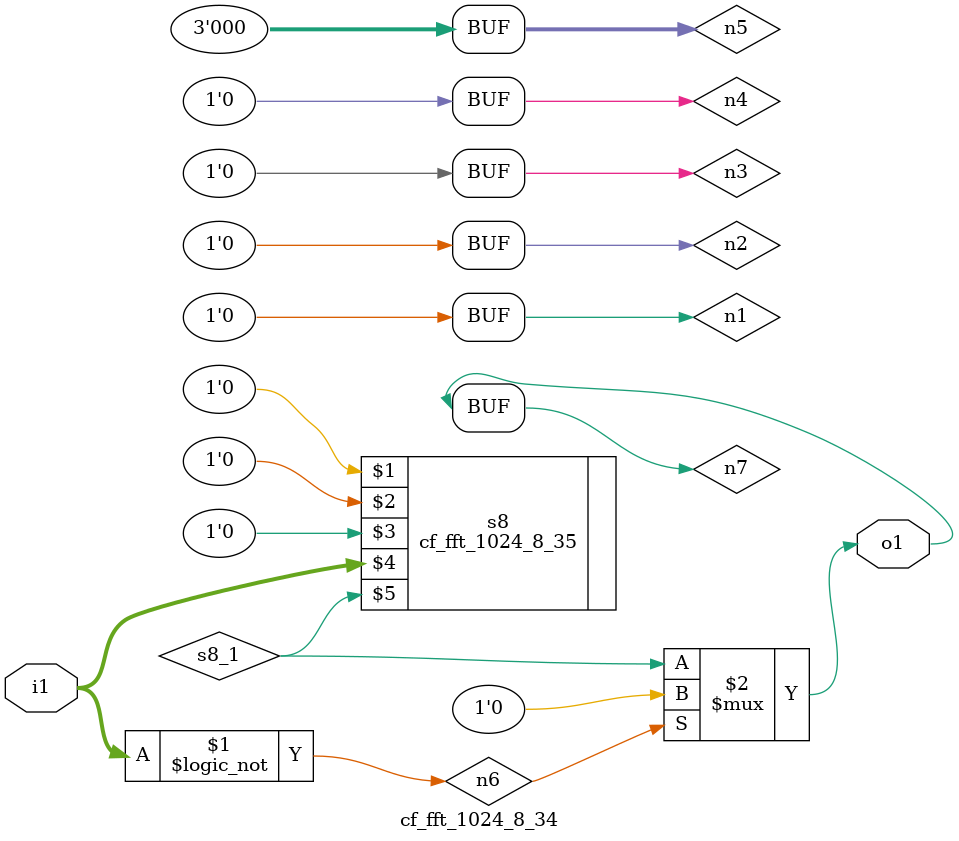
<source format=v>
module cf_fft_1024_8_34 (i1, o1);
input  [2:0] i1;
output o1;
wire   n1;
wire   n2;
wire   n3;
wire   n4;
wire   [2:0] n5;
wire   n6;
wire   n7;
wire   s8_1;
assign n1 = 1'b0;
assign n2 = 1'b0;
assign n3 = 1'b0;
assign n4 = 1'b0;
assign n5 = 3'b000;
assign n6 = i1 == n5;
assign n7 = n6 ? n4 : s8_1;
cf_fft_1024_8_35 s8 (n1, n2, n3, i1, s8_1);
assign o1 = n7;
endmodule

</source>
